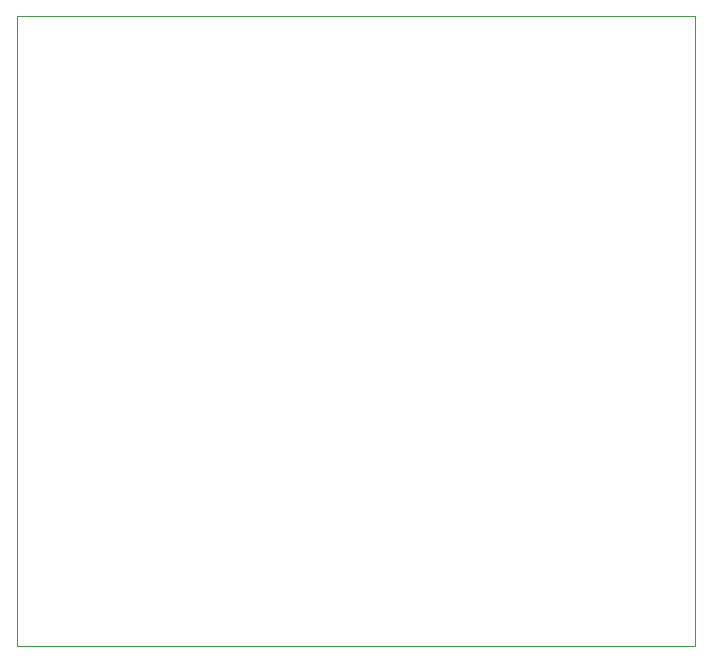
<source format=gbr>
G04 #@! TF.GenerationSoftware,KiCad,Pcbnew,5.1.5-52549c5~84~ubuntu18.04.1*
G04 #@! TF.CreationDate,2020-05-16T16:19:51-04:00*
G04 #@! TF.ProjectId,PWR_SUPPLY,5057525f-5355-4505-904c-592e6b696361,rev?*
G04 #@! TF.SameCoordinates,Original*
G04 #@! TF.FileFunction,Profile,NP*
%FSLAX46Y46*%
G04 Gerber Fmt 4.6, Leading zero omitted, Abs format (unit mm)*
G04 Created by KiCad (PCBNEW 5.1.5-52549c5~84~ubuntu18.04.1) date 2020-05-16 16:19:51*
%MOMM*%
%LPD*%
G04 APERTURE LIST*
%ADD10C,0.050000*%
G04 APERTURE END LIST*
D10*
X168656000Y-119380000D02*
X168656000Y-66040000D01*
X111252000Y-119380000D02*
X168656000Y-119380000D01*
X111252000Y-66040000D02*
X111252000Y-119380000D01*
X168656000Y-66040000D02*
X111252000Y-66040000D01*
M02*

</source>
